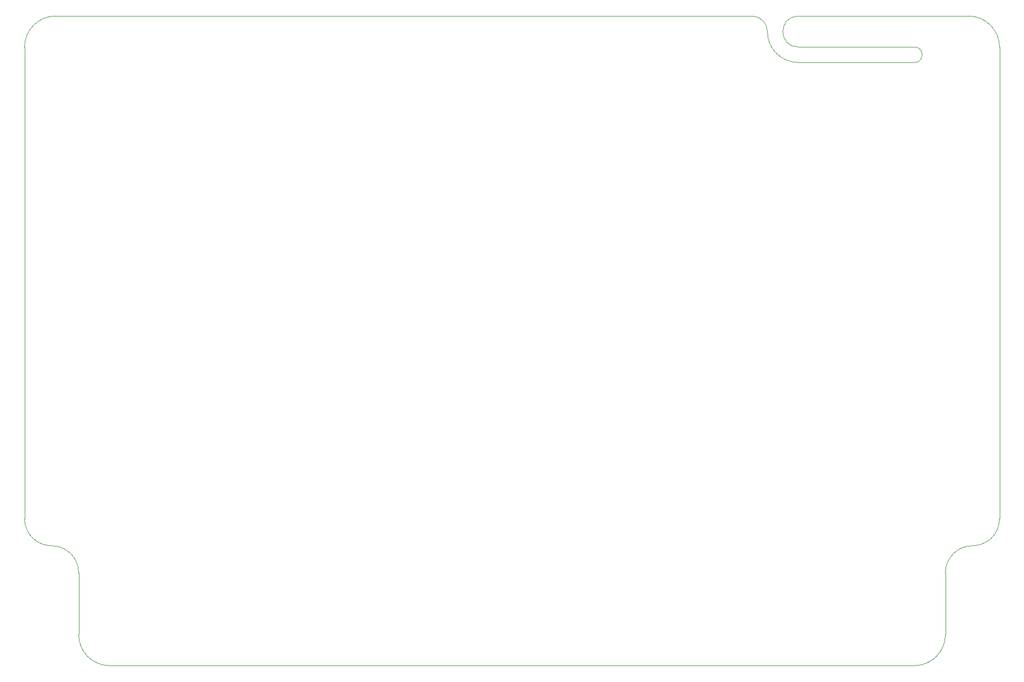
<source format=gm1>
G04 #@! TF.GenerationSoftware,KiCad,Pcbnew,(5.1.9)-1*
G04 #@! TF.CreationDate,2021-04-11T14:45:32+02:00*
G04 #@! TF.ProjectId,Sunrise clock main board,53756e72-6973-4652-9063-6c6f636b206d,V1.0*
G04 #@! TF.SameCoordinates,Original*
G04 #@! TF.FileFunction,Profile,NP*
%FSLAX46Y46*%
G04 Gerber Fmt 4.6, Leading zero omitted, Abs format (unit mm)*
G04 Created by KiCad (PCBNEW (5.1.9)-1) date 2021-04-11 14:45:32*
%MOMM*%
%LPD*%
G01*
G04 APERTURE LIST*
G04 #@! TA.AperFunction,Profile*
%ADD10C,0.050000*%
G04 #@! TD*
G04 APERTURE END LIST*
D10*
X39370000Y53340000D02*
G75*
G02*
X41910000Y50800000I0J-2540000D01*
G01*
X46990000Y45720000D02*
G75*
G02*
X41910000Y50800000I0J5080000D01*
G01*
X46990000Y53340000D02*
X74930000Y53340000D01*
X66040000Y45720000D02*
X46990000Y45720000D01*
X66040000Y48260000D02*
G75*
G02*
X66040000Y45720000I0J-1270000D01*
G01*
X46990000Y48260000D02*
X66040000Y48260000D01*
X46990000Y48260000D02*
G75*
G02*
X46990000Y53340000I0J2540000D01*
G01*
X71120000Y-38100000D02*
G75*
G02*
X75565000Y-33655000I4445000J0D01*
G01*
X80010000Y-29210000D02*
G75*
G02*
X75565000Y-33655000I-4445000J0D01*
G01*
X-75565000Y-33655000D02*
G75*
G02*
X-80010000Y-29210000I0J4445000D01*
G01*
X-75565000Y-33655000D02*
G75*
G02*
X-71120000Y-38100000I0J-4445000D01*
G01*
X-71120000Y-48260000D02*
X-71120000Y-38100000D01*
X71120000Y-48260000D02*
X71120000Y-38100000D01*
X-66040000Y-53340000D02*
G75*
G02*
X-71120000Y-48260000I0J5080000D01*
G01*
X71120000Y-48260000D02*
G75*
G02*
X66040000Y-53340000I-5080000J0D01*
G01*
X74930000Y53340000D02*
G75*
G02*
X80010000Y48260000I0J-5080000D01*
G01*
X-80010000Y48260000D02*
G75*
G02*
X-74930000Y53340000I5080000J0D01*
G01*
X80010000Y-29210000D02*
X80010000Y48260000D01*
X-66040000Y-53340000D02*
X66040000Y-53340000D01*
X-80010000Y48260000D02*
X-80010000Y-29210000D01*
X39370000Y53340000D02*
X-74930000Y53340000D01*
M02*

</source>
